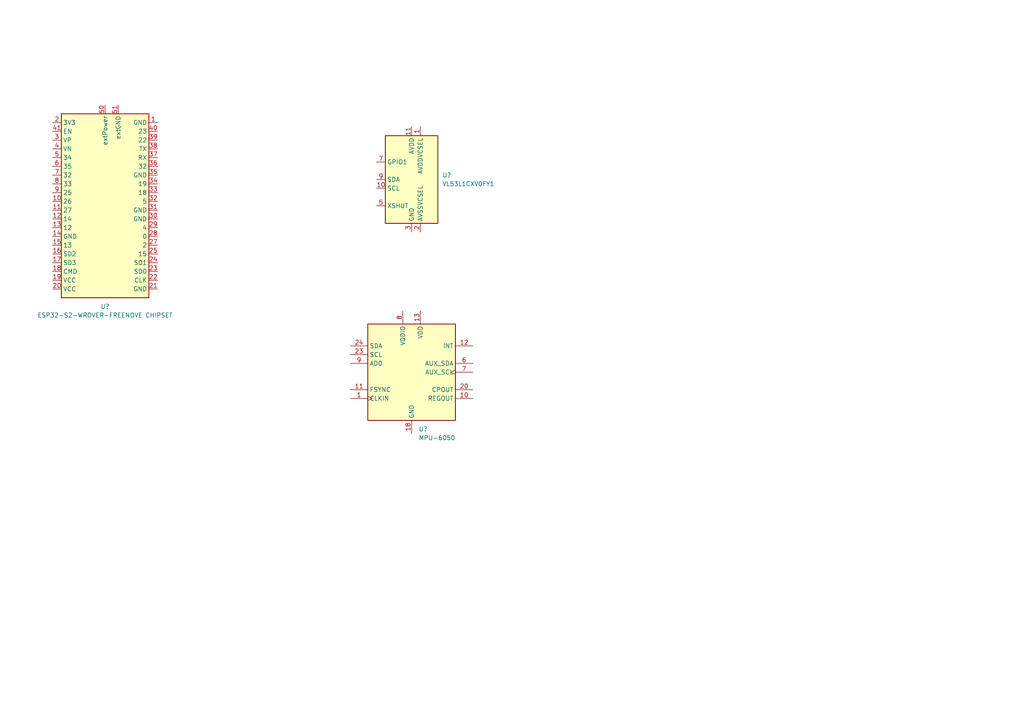
<source format=kicad_sch>
(kicad_sch (version 20211123) (generator eeschema)
  (paper "A4")
  (lib_symbols
    (symbol "My_RC_Car:ESP32-S2-WROVER-FREENOVE CHIPSET"
      (property "Reference" "U" (at -12.7 29.21 0))
      (property "Value" "ESP32-S2-WROVER-FREENOVE CHIPSET" (at 2.54 30.48 0))
      (symbol "ESP32-S2-WROVER-FREENOVE CHIPSET_0_1"
        (rectangle (start -12.7 29.21) (end 12.7 -24.13) (stroke (width 0.254)) (fill (type background)))
      )
      (symbol "ESP32-S2-WROVER-FREENOVE CHIPSET_1_1"
        (pin power_in line (at 15.24 26.67 180) (length 2.54) (name "GND") (number "1"))
        (pin bidirectional line (at -15.24 3.81 0) (length 2.54) (name "26") (number "10"))
        (pin bidirectional line (at -15.24 1.27 0) (length 2.54) (name "27") (number "11"))
        (pin bidirectional line (at -15.24 -1.27 0) (length 2.54) (name "14") (number "12"))
        (pin bidirectional line (at -15.24 -3.81 0) (length 2.54) (name "12") (number "13"))
        (pin power_in line (at -15.24 -6.35 0) (length 2.54) (name "GND") (number "14"))
        (pin bidirectional line (at -15.24 -8.89 0) (length 2.54) (name "13") (number "15"))
        (pin bidirectional line (at -15.24 -11.43 0) (length 2.54) (name "SD2") (number "16"))
        (pin bidirectional line (at -15.24 -13.97 0) (length 2.54) (name "SD3") (number "17"))
        (pin bidirectional line (at -15.24 -16.51 0) (length 2.54) (name "CMD") (number "18"))
        (pin bidirectional line (at -15.24 -19.05 0) (length 2.54) (name "VCC") (number "19"))
        (pin power_in line (at -15.24 26.67 0) (length 2.54) (name "3V3") (number "2"))
        (pin bidirectional line (at -15.24 -21.59 0) (length 2.54) (name "VCC") (number "20"))
        (pin bidirectional line (at 15.24 -21.59 180) (length 2.54) (name "GND") (number "21"))
        (pin bidirectional line (at 15.24 -19.05 180) (length 2.54) (name "CLK") (number "22"))
        (pin bidirectional line (at 15.24 -16.51 180) (length 2.54) (name "SD0") (number "23"))
        (pin bidirectional line (at 15.24 -13.97 180) (length 2.54) (name "SD1") (number "24"))
        (pin bidirectional line (at 15.24 -11.43 180) (length 2.54) (name "15") (number "25"))
        (pin passive line (at 54.61 -26.67 90) (length 2.54) hide (name "GND") (number "26"))
        (pin bidirectional line (at 15.24 -8.89 180) (length 2.54) (name "2") (number "27"))
        (pin bidirectional line (at 15.24 -6.35 180) (length 2.54) (name "0") (number "28"))
        (pin bidirectional line (at 15.24 -3.81 180) (length 2.54) (name "4") (number "29"))
        (pin bidirectional line (at -15.24 21.59 0) (length 2.54) (name "VP") (number "3"))
        (pin bidirectional line (at 15.24 -1.27 180) (length 2.54) (name "GND") (number "30"))
        (pin bidirectional line (at 15.24 1.27 180) (length 2.54) (name "GND") (number "31"))
        (pin bidirectional line (at 15.24 3.81 180) (length 2.54) (name "5") (number "32"))
        (pin bidirectional line (at 15.24 6.35 180) (length 2.54) (name "18") (number "33"))
        (pin bidirectional line (at 15.24 8.89 180) (length 2.54) (name "19") (number "34"))
        (pin bidirectional line (at 15.24 11.43 180) (length 2.54) (name "GND") (number "35"))
        (pin bidirectional line (at 15.24 13.97 180) (length 2.54) (name "32") (number "36"))
        (pin bidirectional line (at 15.24 16.51 180) (length 2.54) (name "RX") (number "37"))
        (pin bidirectional line (at 15.24 19.05 180) (length 2.54) (name "TX") (number "38"))
        (pin bidirectional line (at 15.24 21.59 180) (length 2.54) (name "22") (number "39"))
        (pin bidirectional line (at -15.24 19.05 0) (length 2.54) (name "VN") (number "4"))
        (pin input line (at 15.24 24.13 180) (length 2.54) (name "23") (number "40"))
        (pin input line (at -15.24 24.13 0) (length 2.54) (name "EN") (number "41"))
        (pin passive line (at 0 -27.94 90) (length 2.54) hide (name "GND") (number "42"))
        (pin passive line (at 0 -27.94 90) (length 2.54) hide (name "GND") (number "43"))
        (pin bidirectional line (at -15.24 16.51 0) (length 2.54) (name "34") (number "5"))
        (pin power_in line (at 0 31.75 270) (length 2.54) (name "extPower") (number "50"))
        (pin power_in line (at 3.81 31.75 270) (length 2.54) (name "extGND") (number "51"))
        (pin bidirectional line (at -15.24 13.97 0) (length 2.54) (name "35") (number "6"))
        (pin bidirectional line (at -15.24 11.43 0) (length 2.54) (name "32") (number "7"))
        (pin bidirectional line (at -15.24 8.89 0) (length 2.54) (name "33") (number "8"))
        (pin bidirectional line (at -15.24 6.35 0) (length 2.54) (name "25") (number "9"))
      )
    )
    (symbol "Sensor_Distance:VL53L1CXV0FY1"
      (property "Reference" "U" (at -6.35 13.97 0))
      (property "Value" "VL53L1CXV0FY1" (at 12.065 13.97 0))
      (symbol "VL53L1CXV0FY1_0_1"
        (rectangle (start -7.62 12.7) (end 7.62 -12.7) (stroke (width 0.254)) (fill (type background)))
      )
      (symbol "VL53L1CXV0FY1_1_1"
        (pin power_in line (at 2.54 15.24 270) (length 2.54) (name "AVDDVCSEL") (number "1"))
        (pin input line (at -10.16 -2.54 0) (length 2.54) (name "SCL") (number "10"))
        (pin power_in line (at 0 15.24 270) (length 2.54) (name "AVDD") (number "11"))
        (pin passive line (at 0 -15.24 90) (length 2.54) hide (name "GND") (number "12"))
        (pin power_in line (at 2.54 -15.24 90) (length 2.54) (name "AVSSVCSEL") (number "2"))
        (pin power_in line (at 0 -15.24 90) (length 2.54) (name "GND") (number "3"))
        (pin passive line (at 0 -15.24 90) (length 2.54) hide (name "GND") (number "4"))
        (pin input line (at -10.16 -7.62 0) (length 2.54) (name "XSHUT") (number "5"))
        (pin passive line (at 0 -15.24 90) (length 2.54) hide (name "GND") (number "6"))
        (pin open_collector line (at -10.16 5.08 0) (length 2.54) (name "GPIO1") (number "7"))
        (pin no_connect line (at -7.62 7.62 0) (length 2.54) hide (name "DNC") (number "8"))
        (pin bidirectional line (at -10.16 0 0) (length 2.54) (name "SDA") (number "9"))
      )
    )
    (symbol "Sensor_Motion:MPU-6050"
      (property "Reference" "U" (at -11.43 13.97 0))
      (property "Value" "MPU-6050" (at 7.62 -15.24 0))
      (symbol "MPU-6050_0_0"
        (text "" (at 12.7 -2.54 0) (effects (font (size 1.27 1.27))))
      )
      (symbol "MPU-6050_0_1"
        (rectangle (start -12.7 13.97) (end 12.7 -13.97) (stroke (width 0.254)) (fill (type background)))
      )
      (symbol "MPU-6050_1_1"
        (pin input clock (at -17.78 -7.62 0) (length 5.08) (name "CLKIN") (number "1"))
        (pin passive line (at 17.78 -7.62 180) (length 5.08) (name "REGOUT") (number "10"))
        (pin input line (at -17.78 -5.08 0) (length 5.08) (name "FSYNC") (number "11"))
        (pin output line (at 17.78 7.62 180) (length 5.08) (name "INT") (number "12"))
        (pin power_in line (at 2.54 17.78 270) (length 3.81) (name "VDD") (number "13"))
        (pin no_connect line (at -12.7 -10.16 0) (length 2.54) hide (name "NC") (number "14"))
        (pin no_connect line (at 12.7 12.7 180) (length 2.54) hide (name "NC") (number "15"))
        (pin no_connect line (at 12.7 10.16 180) (length 2.54) hide (name "NC") (number "16"))
        (pin no_connect line (at 12.7 5.08 180) (length 2.54) hide (name "NC") (number "17"))
        (pin power_in line (at 0 -17.78 90) (length 3.81) (name "GND") (number "18"))
        (pin no_connect line (at 12.7 -10.16 180) (length 2.54) hide (name "NC") (number "19"))
        (pin no_connect line (at -12.7 12.7 0) (length 2.54) hide (name "NC") (number "2"))
        (pin passive line (at 17.78 -5.08 180) (length 5.08) (name "CPOUT") (number "20"))
        (pin no_connect line (at 12.7 -2.54 180) (length 2.54) hide (name "NC") (number "21"))
        (pin no_connect line (at 12.7 -12.7 180) (length 2.54) hide (name "NC") (number "22"))
        (pin input line (at -17.78 5.08 0) (length 5.08) (name "SCL") (number "23"))
        (pin bidirectional line (at -17.78 7.62 0) (length 5.08) (name "SDA") (number "24"))
        (pin no_connect line (at -12.7 10.16 0) (length 2.54) hide (name "NC") (number "3"))
        (pin no_connect line (at -12.7 0 0) (length 2.54) hide (name "NC") (number "4"))
        (pin no_connect line (at -12.7 -2.54 0) (length 2.54) hide (name "NC") (number "5"))
        (pin bidirectional line (at 17.78 2.54 180) (length 5.08) (name "AUX_SDA") (number "6"))
        (pin output clock (at 17.78 0 180) (length 5.08) (name "AUX_SCL") (number "7"))
        (pin power_in line (at -2.54 17.78 270) (length 3.81) (name "VDDIO") (number "8"))
        (pin input line (at -17.78 2.54 0) (length 5.08) (name "AD0") (number "9"))
      )
    )
  )
  (symbol (lib_id "Sensor_Distance:VL53L1CXV0FY1") (at 119.38 52.07 0) (unit 1)
    (property "Reference" "U?" (at 128.27 50.7999 0) (effects (justify left)))
    (property "Value" "VL53L1CXV0FY1" (at 128.27 53.3399 0) (effects (justify left)))
    (property "Footprint" "Sensor_Distance:ST_VL53L1x" (effects hide))
    (property "Datasheet" "https://www.st.com/resource/en/datasheet/vl53l1x.pdf" (effects hide))
  )
  (symbol (lib_id "Sensor_Motion:MPU-6050") (at 119.38 107.95 0) (unit 1)
    (property "Reference" "U?" (at 121.3994 124.46 0) (effects (justify left)))
    (property "Value" "MPU-6050" (at 121.3994 127 0) (effects (justify left)))
    (property "Footprint" "Sensor_Motion:InvenSense_QFN-24_4x4mm_P0.5mm" (effects hide))
    (property "Datasheet" "https://store.invensense.com/datasheets/invensense/MPU-6050_DataSheet_V3%204.pdf" (effects hide))
  )
  (symbol (lib_id "My_RC_Car:ESP32-S2-WROVER-FREENOVE CHIPSET") (at 30.48 62.23 0) (unit 1)
    (property "Reference" "U?" (at 30.48 88.9 0))
    (property "Value" "ESP32-S2-WROVER-FREENOVE CHIPSET" (at 30.48 91.44 0))
    (property "Footprint" "RF_Module:ESP32-S2-WROVER" (effects hide))
    (property "Datasheet" "https://www.espressif.com/sites/default/files/documentation/esp32-s2-wroom_esp32-s2-wroom-i_datasheet_en.pdf" (effects hide))
  )
)
</source>
